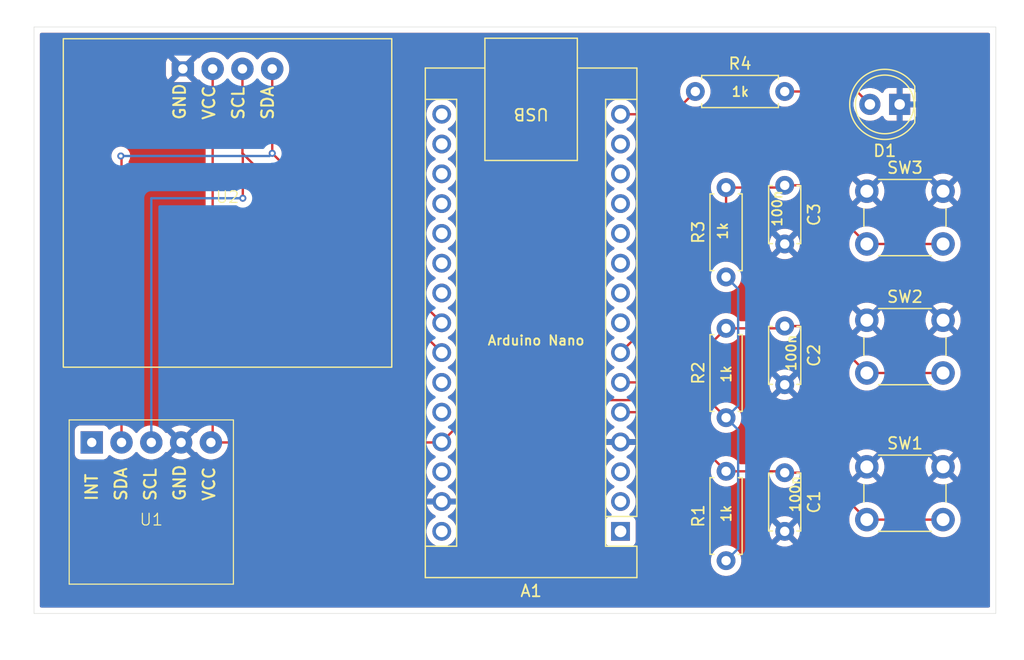
<source format=kicad_pcb>
(kicad_pcb (version 20241229) (generator "pcbnew") (generator_version "9.0")
  (layers (0 "F.Cu" signal "Front") (2 "B.Cu" signal "Back") (13 "F.Paste" user) (15 "B.Paste" user) (5 "F.SilkS" user) (7 "B.SilkS" user) (1 "F.Mask" user) (3 "B.Mask" user) (25 "Edge.Cuts" user))
  (net 0 "")
  (net 4 "Net-(A1-D2)")
  (net 11 "Net-(A1-A5)")
  (net 15 "+5V")
  (net 17 "Net-(A1-D12)")
  (net 19 "Net-(A1-A4)")
  (net 21 "GND")
  (net 22 "Net-(A1-D4)")
  (net 24 "Net-(A1-D3)")
  (net 30 "Net-(D1-A)")
  (footprint "SpO2_stuff:SSD1306_MODULE" (layer "F.Cu") (at 105.5 75)
    (property "Reference" "U2" (at 0 -0.5 0) (layer "F.SilkS") (effects (font (thickness 0.1))))
    (property "Value" "SSD1306")
    (fp_line (start -14 -14) (end 14 -14) (stroke (width 0.1)) (layer "F.SilkS"))
    (fp_line (start -14 14) (end -14 -14) (stroke (width 0.1)) (layer "F.SilkS"))
    (fp_line (start 14 -14) (end 14 14) (stroke (width 0.1)) (layer "F.SilkS"))
    (fp_line (start 14 14) (end -14 14) (stroke (width 0.1)) (layer "F.SilkS"))
    (fp_rect (start -14 -14) (end 14 14) (stroke (width 0.1)) (fill no) (layer "F.SilkS"))
    (fp_text user "GND" (at -3.5 -7 90) (layer "F.SilkS") (effects (font (thickness 0.175) (bold yes)) (justify left bottom)))
    (fp_text user "SCL" (at 1.5 -7 90) (layer "F.SilkS") (effects (font (thickness 0.175) (bold yes)) (justify left bottom)))
    (fp_text user "VCC" (at -1 -7 90) (layer "F.SilkS") (effects (font (thickness 0.175) (bold yes)) (justify left bottom)))
    (fp_text user "SDA" (at 4 -7 90) (layer "F.SilkS") (effects (font (thickness 0.175) (bold yes)) (justify left bottom)))
    (pad "1" thru_hole roundrect (at -3.81 -11.43) (size 1.905 1.27) (drill 0.8) (layers "*.Cu" "*.Mask") (roundrect_rratio 0.15) (net 21 "GND"))
    (pad "2" thru_hole circle (at -1.27 -11.43) (size 1.905 1.905) (drill 0.8) (layers "*.Cu" "*.Mask") (net 15 "+5V"))
    (pad "3" thru_hole circle (at 1.27 -11.43) (size 1.905 1.905) (drill 0.8) (layers "*.Cu" "*.Mask") (net 11 "Net-(A1-A5)"))
    (pad "4" thru_hole circle (at 3.81 -11.43) (size 1.905 1.905) (drill 0.8) (layers "*.Cu" "*.Mask") (net 19 "Net-(A1-A4)"))
  )
  (footprint "SpO2_stuff:MAX30102_MODULE" (layer "F.Cu") (at 99 100.5)
    (property "Reference" "U1" (at 0 1.5 0) (layer "F.SilkS") (effects (font (thickness 0.1))))
    (property "Value" "MAX30102")
    (fp_line (start -7 -7) (end 7 -7) (stroke (width 0.1)) (layer "F.SilkS"))
    (fp_line (start -7 7) (end -7 -7) (stroke (width 0.1)) (layer "F.SilkS"))
    (fp_line (start 7 -7) (end 7 7) (stroke (width 0.1)) (layer "F.SilkS"))
    (fp_line (start 7 7) (end -7 7) (stroke (width 0.1)) (layer "F.SilkS"))
    (fp_text user "VCC" (at 5.5 0 90) (layer "F.SilkS") (effects (font (thickness 0.175) (bold yes)) (justify left bottom)))
    (fp_text user "SDA" (at -2 0 90) (layer "F.SilkS") (effects (font (thickness 0.175) (bold yes)) (justify left bottom)))
    (fp_text user "GND" (at 3 0 90) (layer "F.SilkS") (effects (font (thickness 0.175) (bold yes)) (justify left bottom)))
    (fp_text user "SCL" (at 0.5 0 90) (layer "F.SilkS") (effects (font (thickness 0.175) (bold yes)) (justify left bottom)))
    (fp_text user "INT" (at -4.5 0 90) (layer "F.SilkS") (effects (font (thickness 0.175) (bold yes)) (justify left bottom)))
    (pad "1" thru_hole rect (at -5.08 -5.08) (size 1.905 1.905) (drill 0.8) (layers "*.Cu" "*.Mask"))
    (pad "2" thru_hole circle (at -2.54 -5.08) (size 1.905 1.905) (drill 0.8) (layers "*.Cu" "*.Mask") (net 19 "Net-(A1-A4)"))
    (pad "3" thru_hole circle (at 0 -5.08) (size 1.905 1.905) (drill 0.8) (layers "*.Cu" "*.Mask") (net 11 "Net-(A1-A5)"))
    (pad "4" thru_hole circle (at 2.54 -5.08) (size 1.905 1.905) (drill 0.8) (layers "*.Cu" "*.Mask") (net 21 "GND"))
    (pad "5" thru_hole circle (at 5.08 -5.08) (size 1.905 1.905) (drill 0.8) (layers "*.Cu" "*.Mask") (net 15 "+5V"))
  )
  (footprint "Capacitor_THT:C_Disc_D4.7mm_W2.5mm_P5.00mm" (layer "F.Cu") (at 153 73.5 -90)
    (property "Reference" "C3" (at 2.5 -2.5 90) (layer "F.SilkS"))
    (property "Value" "100n")
    (fp_line (start 0.03 1.37) (end 4.97 1.37) (stroke (width 0.12)) (layer "F.SilkS"))
    (fp_line (start 0.03 1.04) (end 0.03 1.37) (stroke (width 0.12)) (layer "F.SilkS"))
    (fp_line (start 4.97 1.04) (end 4.97 1.37) (stroke (width 0.12)) (layer "F.SilkS"))
    (fp_line (start 0.03 -1.37) (end 0.03 -1.04) (stroke (width 0.12)) (layer "F.SilkS"))
    (fp_line (start 0.03 -1.37) (end 4.97 -1.37) (stroke (width 0.12)) (layer "F.SilkS"))
    (fp_line (start 4.97 -1.37) (end 4.97 -1.04) (stroke (width 0.12)) (layer "F.SilkS"))
    (pad "1" thru_hole circle (at 0 0 270) (size 1.6 1.6) (drill 0.8) (layers "*.Cu" "*.Mask") (net 22 "Net-(A1-D4)"))
    (pad "2" thru_hole circle (at 5 0 270) (size 1.6 1.6) (drill 0.8) (layers "*.Cu" "*.Mask") (net 21 "GND"))
  )
  (footprint "Resistor_THT:R_Axial_DIN0207_L6.3mm_D2.5mm_P7.62mm_Horizontal" (layer "F.Cu") (at 148 93.31 90)
    (property "Reference" "R2" (at 3.81 -2.37 90) (layer "F.SilkS"))
    (property "Value" "1K")
    (fp_line (start 7.08 -1.37) (end 7.08 -1.04) (stroke (width 0.12)) (layer "F.SilkS"))
    (fp_line (start 0.54 -1.37) (end 7.08 -1.37) (stroke (width 0.12)) (layer "F.SilkS"))
    (fp_line (start 0.54 -1.04) (end 0.54 -1.37) (stroke (width 0.12)) (layer "F.SilkS"))
    (fp_line (start 0.54 1.04) (end 0.54 1.37) (stroke (width 0.12)) (layer "F.SilkS"))
    (fp_line (start 7.08 1.37) (end 7.08 1.04) (stroke (width 0.12)) (layer "F.SilkS"))
    (fp_line (start 0.54 1.37) (end 7.08 1.37) (stroke (width 0.12)) (layer "F.SilkS"))
    (pad "1" thru_hole circle (at 0 0 90) (size 1.6 1.6) (drill 0.8) (layers "*.Cu" "*.Mask") (net 15 "+5V"))
    (pad "2" thru_hole circle (at 7.62 0 90) (size 1.6 1.6) (drill 0.8) (layers "*.Cu" "*.Mask") (net 24 "Net-(A1-D3)"))
  )
  (footprint "Capacitor_THT:C_Disc_D4.7mm_W2.5mm_P5.00mm" (layer "F.Cu") (at 153 85.5 -90)
    (property "Reference" "C2" (at 2.5 -2.5 90) (layer "F.SilkS"))
    (property "Value" "100n")
    (fp_line (start 0.03 1.37) (end 4.97 1.37) (stroke (width 0.12)) (layer "F.SilkS"))
    (fp_line (start 0.03 1.04) (end 0.03 1.37) (stroke (width 0.12)) (layer "F.SilkS"))
    (fp_line (start 4.97 1.04) (end 4.97 1.37) (stroke (width 0.12)) (layer "F.SilkS"))
    (fp_line (start 0.03 -1.37) (end 0.03 -1.04) (stroke (width 0.12)) (layer "F.SilkS"))
    (fp_line (start 0.03 -1.37) (end 4.97 -1.37) (stroke (width 0.12)) (layer "F.SilkS"))
    (fp_line (start 4.97 -1.37) (end 4.97 -1.04) (stroke (width 0.12)) (layer "F.SilkS"))
    (pad "1" thru_hole circle (at 0 0 270) (size 1.6 1.6) (drill 0.8) (layers "*.Cu" "*.Mask") (net 24 "Net-(A1-D3)"))
    (pad "2" thru_hole circle (at 5 0 270) (size 1.6 1.6) (drill 0.8) (layers "*.Cu" "*.Mask") (net 21 "GND"))
  )
  (footprint "LED_THT:LED_D5.0mm" (layer "F.Cu") (at 162.8 66.6 180)
    (property "Reference" "D1" (at 1.27 -3.96 0) (layer "F.SilkS"))
    (property "Value" "LED")
    (fp_line (start -1.29 -1.545) (end -1.29 1.545) (stroke (width 0.12)) (layer "F.SilkS"))
    (fp_arc (start 4.26 0) (mid 2.071779 2.880495) (end -1.29 1.54483) (stroke (width 0.12)) (layer "F.SilkS"))
    (fp_arc (start -1.29 -1.54483) (mid 2.071779 -2.880495) (end 4.26 0) (stroke (width 0.12)) (layer "F.SilkS"))
    (fp_circle (center 1.27 0) (end 3.77 0) (stroke (width 0.12)) (fill no) (layer "F.SilkS"))
    (pad "1" thru_hole rect (at 0 0 180) (size 1.8 1.8) (drill 0.9) (layers "*.Cu" "*.Mask") (net 21 "GND"))
    (pad "2" thru_hole circle (at 2.54 0 180) (size 1.8 1.8) (drill 0.9) (layers "*.Cu" "*.Mask") (net 30 "Net-(D1-A)"))
  )
  (footprint "Button_Switch_THT:SW_PUSH_6mm" (layer "F.Cu") (at 160 85)
    (property "Reference" "SW2" (at 3.25 -2 0) (layer "F.SilkS"))
    (property "Value" "SW_Push")
    (fp_line (start -0.25 1.5) (end -0.25 3) (stroke (width 0.12)) (layer "F.SilkS"))
    (fp_line (start 1 5.5) (end 5.5 5.5) (stroke (width 0.12)) (layer "F.SilkS"))
    (fp_line (start 5.5 -1) (end 1 -1) (stroke (width 0.12)) (layer "F.SilkS"))
    (fp_line (start 6.75 3) (end 6.75 1.5) (stroke (width 0.12)) (layer "F.SilkS"))
    (pad "1" thru_hole circle (at 0 0 90) (size 2 2) (drill 1.1) (layers "*.Cu" "*.Mask") (net 21 "GND"))
    (pad "1" thru_hole circle (at 6.5 0 90) (size 2 2) (drill 1.1) (layers "*.Cu" "*.Mask") (net 21 "GND"))
    (pad "2" thru_hole circle (at 0 4.5 90) (size 2 2) (drill 1.1) (layers "*.Cu" "*.Mask") (net 24 "Net-(A1-D3)"))
    (pad "2" thru_hole circle (at 6.5 4.5 90) (size 2 2) (drill 1.1) (layers "*.Cu" "*.Mask") (net 24 "Net-(A1-D3)"))
  )
  (footprint "Capacitor_THT:C_Disc_D4.7mm_W2.5mm_P5.00mm" (layer "F.Cu") (at 153 98 -90)
    (property "Reference" "C1" (at 2.5 -2.5 90) (layer "F.SilkS"))
    (property "Value" "100n")
    (fp_line (start 0.03 1.37) (end 4.97 1.37) (stroke (width 0.12)) (layer "F.SilkS"))
    (fp_line (start 0.03 1.04) (end 0.03 1.37) (stroke (width 0.12)) (layer "F.SilkS"))
    (fp_line (start 4.97 1.04) (end 4.97 1.37) (stroke (width 0.12)) (layer "F.SilkS"))
    (fp_line (start 0.03 -1.37) (end 0.03 -1.04) (stroke (width 0.12)) (layer "F.SilkS"))
    (fp_line (start 0.03 -1.37) (end 4.97 -1.37) (stroke (width 0.12)) (layer "F.SilkS"))
    (fp_line (start 4.97 -1.37) (end 4.97 -1.04) (stroke (width 0.12)) (layer "F.SilkS"))
    (pad "1" thru_hole circle (at 0 0 270) (size 1.6 1.6) (drill 0.8) (layers "*.Cu" "*.Mask") (net 4 "Net-(A1-D2)"))
    (pad "2" thru_hole circle (at 5 0 270) (size 1.6 1.6) (drill 0.8) (layers "*.Cu" "*.Mask") (net 21 "GND"))
  )
  (footprint "Button_Switch_THT:SW_PUSH_6mm" (layer "F.Cu") (at 160 74)
    (property "Reference" "SW3" (at 3.25 -2 0) (layer "F.SilkS"))
    (property "Value" "SW_Push")
    (fp_line (start -0.25 1.5) (end -0.25 3) (stroke (width 0.12)) (layer "F.SilkS"))
    (fp_line (start 1 5.5) (end 5.5 5.5) (stroke (width 0.12)) (layer "F.SilkS"))
    (fp_line (start 5.5 -1) (end 1 -1) (stroke (width 0.12)) (layer "F.SilkS"))
    (fp_line (start 6.75 3) (end 6.75 1.5) (stroke (width 0.12)) (layer "F.SilkS"))
    (pad "1" thru_hole circle (at 0 0 90) (size 2 2) (drill 1.1) (layers "*.Cu" "*.Mask") (net 21 "GND"))
    (pad "1" thru_hole circle (at 6.5 0 90) (size 2 2) (drill 1.1) (layers "*.Cu" "*.Mask") (net 21 "GND"))
    (pad "2" thru_hole circle (at 0 4.5 90) (size 2 2) (drill 1.1) (layers "*.Cu" "*.Mask") (net 22 "Net-(A1-D4)"))
    (pad "2" thru_hole circle (at 6.5 4.5 90) (size 2 2) (drill 1.1) (layers "*.Cu" "*.Mask") (net 22 "Net-(A1-D4)"))
  )
  (footprint "Resistor_THT:R_Axial_DIN0207_L6.3mm_D2.5mm_P7.62mm_Horizontal" (layer "F.Cu") (at 148 105.5 90)
    (property "Reference" "R1" (at 3.81 -2.37 90) (layer "F.SilkS"))
    (property "Value" "1K")
    (fp_line (start 7.08 -1.37) (end 7.08 -1.04) (stroke (width 0.12)) (layer "F.SilkS"))
    (fp_line (start 0.54 -1.37) (end 7.08 -1.37) (stroke (width 0.12)) (layer "F.SilkS"))
    (fp_line (start 0.54 -1.04) (end 0.54 -1.37) (stroke (width 0.12)) (layer "F.SilkS"))
    (fp_line (start 0.54 1.04) (end 0.54 1.37) (stroke (width 0.12)) (layer "F.SilkS"))
    (fp_line (start 7.08 1.37) (end 7.08 1.04) (stroke (width 0.12)) (layer "F.SilkS"))
    (fp_line (start 0.54 1.37) (end 7.08 1.37) (stroke (width 0.12)) (layer "F.SilkS"))
    (pad "1" thru_hole circle (at 0 0 90) (size 1.6 1.6) (drill 0.8) (layers "*.Cu" "*.Mask") (net 15 "+5V"))
    (pad "2" thru_hole circle (at 7.62 0 90) (size 1.6 1.6) (drill 0.8) (layers "*.Cu" "*.Mask") (net 4 "Net-(A1-D2)"))
  )
  (footprint "Module:Arduino_Nano" (layer "F.Cu") (at 139 103 180)
    (property "Reference" "A1" (at 7.62 -5.08 0) (layer "F.SilkS"))
    (property "Value" "Arduino_Nano_v3.x")
    (fp_line (start 16.64 39.5) (end 16.64 -3.94) (stroke (width 0.12)) (layer "F.SilkS"))
    (fp_line (start 16.64 39.5) (end 11.56 39.5) (stroke (width 0.12)) (layer "F.SilkS"))
    (fp_line (start 16.64 -3.94) (end -1.4 -3.94) (stroke (width 0.12)) (layer "F.SilkS"))
    (fp_line (start 13.97 36.83) (end 16.64 36.83) (stroke (width 0.12)) (layer "F.SilkS"))
    (fp_line (start 13.97 -1.27) (end 16.64 -1.27) (stroke (width 0.12)) (layer "F.SilkS"))
    (fp_line (start 13.97 -1.27) (end 13.97 36.83) (stroke (width 0.12)) (layer "F.SilkS"))
    (fp_line (start 11.56 42.04) (end 3.68 42.04) (stroke (width 0.12)) (layer "F.SilkS"))
    (fp_line (start 11.56 31.62) (end 11.56 42.04) (stroke (width 0.12)) (layer "F.SilkS"))
    (fp_line (start 3.68 42.04) (end 3.68 31.62) (stroke (width 0.12)) (layer "F.SilkS"))
    (fp_line (start 3.68 31.62) (end 11.56 31.62) (stroke (width 0.12)) (layer "F.SilkS"))
    (fp_line (start 1.27 36.83) (end -1.4 36.83) (stroke (width 0.12)) (layer "F.SilkS"))
    (fp_line (start 1.27 1.27) (end 1.27 36.83) (stroke (width 0.12)) (layer "F.SilkS"))
    (fp_line (start 1.27 1.27) (end 1.27 -1.27) (stroke (width 0.12)) (layer "F.SilkS"))
    (fp_line (start 1.27 1.27) (end -1.4 1.27) (stroke (width 0.12)) (layer "F.SilkS"))
    (fp_line (start 1.27 -1.27) (end -1.4 -1.27) (stroke (width 0.12)) (layer "F.SilkS"))
    (fp_line (start -1.4 39.5) (end 3.68 39.5) (stroke (width 0.12)) (layer "F.SilkS"))
    (fp_line (start -1.4 1.27) (end -1.4 39.5) (stroke (width 0.12)) (layer "F.SilkS"))
    (fp_line (start -1.4 -3.94) (end -1.4 -1.27) (stroke (width 0.12)) (layer "F.SilkS"))
    (fp_text user "USB" (at 7.62 35.56 180) (layer "F.SilkS"))
    (pad "1" thru_hole rect (at 0 0 180) (size 1.6 1.6) (drill 1) (layers "*.Cu" "*.Mask"))
    (pad "2" thru_hole oval (at 0 2.54 180) (size 1.6 1.6) (drill 1) (layers "*.Cu" "*.Mask"))
    (pad "3" thru_hole oval (at 0 5.08 180) (size 1.6 1.6) (drill 1) (layers "*.Cu" "*.Mask"))
    (pad "4" thru_hole oval (at 0 7.62 180) (size 1.6 1.6) (drill 1) (layers "*.Cu" "*.Mask") (net 21 "GND"))
    (pad "5" thru_hole oval (at 0 10.16 180) (size 1.6 1.6) (drill 1) (layers "*.Cu" "*.Mask") (net 4 "Net-(A1-D2)"))
    (pad "6" thru_hole oval (at 0 12.7 180) (size 1.6 1.6) (drill 1) (layers "*.Cu" "*.Mask") (net 24 "Net-(A1-D3)"))
    (pad "7" thru_hole oval (at 0 15.24 180) (size 1.6 1.6) (drill 1) (layers "*.Cu" "*.Mask") (net 22 "Net-(A1-D4)"))
    (pad "8" thru_hole oval (at 0 17.78 180) (size 1.6 1.6) (drill 1) (layers "*.Cu" "*.Mask"))
    (pad "9" thru_hole oval (at 0 20.32 180) (size 1.6 1.6) (drill 1) (layers "*.Cu" "*.Mask"))
    (pad "10" thru_hole oval (at 0 22.86 180) (size 1.6 1.6) (drill 1) (layers "*.Cu" "*.Mask"))
    (pad "11" thru_hole oval (at 0 25.4 180) (size 1.6 1.6) (drill 1) (layers "*.Cu" "*.Mask"))
    (pad "12" thru_hole oval (at 0 27.94 180) (size 1.6 1.6) (drill 1) (layers "*.Cu" "*.Mask"))
    (pad "13" thru_hole oval (at 0 30.48 180) (size 1.6 1.6) (drill 1) (layers "*.Cu" "*.Mask"))
    (pad "14" thru_hole oval (at 0 33.02 180) (size 1.6 1.6) (drill 1) (layers "*.Cu" "*.Mask"))
    (pad "15" thru_hole oval (at 0 35.56 180) (size 1.6 1.6) (drill 1) (layers "*.Cu" "*.Mask") (net 17 "Net-(A1-D12)"))
    (pad "16" thru_hole oval (at 15.24 35.56 180) (size 1.6 1.6) (drill 1) (layers "*.Cu" "*.Mask"))
    (pad "17" thru_hole oval (at 15.24 33.02 180) (size 1.6 1.6) (drill 1) (layers "*.Cu" "*.Mask"))
    (pad "18" thru_hole oval (at 15.24 30.48 180) (size 1.6 1.6) (drill 1) (layers "*.Cu" "*.Mask"))
    (pad "19" thru_hole oval (at 15.24 27.94 180) (size 1.6 1.6) (drill 1) (layers "*.Cu" "*.Mask"))
    (pad "20" thru_hole oval (at 15.24 25.4 180) (size 1.6 1.6) (drill 1) (layers "*.Cu" "*.Mask"))
    (pad "21" thru_hole oval (at 15.24 22.86 180) (size 1.6 1.6) (drill 1) (layers "*.Cu" "*.Mask"))
    (pad "22" thru_hole oval (at 15.24 20.32 180) (size 1.6 1.6) (drill 1) (layers "*.Cu" "*.Mask"))
    (pad "23" thru_hole oval (at 15.24 17.78 180) (size 1.6 1.6) (drill 1) (layers "*.Cu" "*.Mask") (net 19 "Net-(A1-A4)"))
    (pad "24" thru_hole oval (at 15.24 15.24 180) (size 1.6 1.6) (drill 1) (layers "*.Cu" "*.Mask") (net 11 "Net-(A1-A5)"))
    (pad "25" thru_hole oval (at 15.24 12.7 180) (size 1.6 1.6) (drill 1) (layers "*.Cu" "*.Mask"))
    (pad "26" thru_hole oval (at 15.24 10.16 180) (size 1.6 1.6) (drill 1) (layers "*.Cu" "*.Mask"))
    (pad "27" thru_hole oval (at 15.24 7.62 180) (size 1.6 1.6) (drill 1) (layers "*.Cu" "*.Mask") (net 15 "+5V"))
    (pad "28" thru_hole oval (at 15.24 5.08 180) (size 1.6 1.6) (drill 1) (layers "*.Cu" "*.Mask"))
    (pad "29" thru_hole oval (at 15.24 2.54 180) (size 1.6 1.6) (drill 1) (layers "*.Cu" "*.Mask") (net 21 "GND"))
    (pad "30" thru_hole oval (at 15.24 0 180) (size 1.6 1.6) (drill 1) (layers "*.Cu" "*.Mask"))
  )
  (footprint "Resistor_THT:R_Axial_DIN0207_L6.3mm_D2.5mm_P7.62mm_Horizontal" (layer "F.Cu") (at 145.38 65.5)
    (property "Reference" "R4" (at 3.81 -2.37 0) (layer "F.SilkS"))
    (property "Value" "1K")
    (fp_line (start 0.54 -1.37) (end 7.08 -1.37) (stroke (width 0.12)) (layer "F.SilkS"))
    (fp_line (start 0.54 -1.04) (end 0.54 -1.37) (stroke (width 0.12)) (layer "F.SilkS"))
    (fp_line (start 0.54 1.04) (end 0.54 1.37) (stroke (width 0.12)) (layer "F.SilkS"))
    (fp_line (start 0.54 1.37) (end 7.08 1.37) (stroke (width 0.12)) (layer "F.SilkS"))
    (fp_line (start 7.08 -1.37) (end 7.08 -1.04) (stroke (width 0.12)) (layer "F.SilkS"))
    (fp_line (start 7.08 1.37) (end 7.08 1.04) (stroke (width 0.12)) (layer "F.SilkS"))
    (pad "1" thru_hole circle (at 0 0) (size 1.6 1.6) (drill 0.8) (layers "*.Cu" "*.Mask") (net 17 "Net-(A1-D12)"))
    (pad "2" thru_hole circle (at 7.62 0) (size 1.6 1.6) (drill 0.8) (layers "*.Cu" "*.Mask") (net 30 "Net-(D1-A)"))
  )
  (footprint "Button_Switch_THT:SW_PUSH_6mm" (layer "F.Cu") (at 160 97.5)
    (property "Reference" "SW1" (at 3.25 -2 0) (layer "F.SilkS"))
    (property "Value" "SW_Push")
    (fp_line (start -0.25 1.5) (end -0.25 3) (stroke (width 0.12)) (layer "F.SilkS"))
    (fp_line (start 1 5.5) (end 5.5 5.5) (stroke (width 0.12)) (layer "F.SilkS"))
    (fp_line (start 5.5 -1) (end 1 -1) (stroke (width 0.12)) (layer "F.SilkS"))
    (fp_line (start 6.75 3) (end 6.75 1.5) (stroke (width 0.12)) (layer "F.SilkS"))
    (pad "1" thru_hole circle (at 0 0 90) (size 2 2) (drill 1.1) (layers "*.Cu" "*.Mask") (net 21 "GND"))
    (pad "1" thru_hole circle (at 6.5 0 90) (size 2 2) (drill 1.1) (layers "*.Cu" "*.Mask") (net 21 "GND"))
    (pad "2" thru_hole circle (at 0 4.5 90) (size 2 2) (drill 1.1) (layers "*.Cu" "*.Mask") (net 4 "Net-(A1-D2)"))
    (pad "2" thru_hole circle (at 6.5 4.5 90) (size 2 2) (drill 1.1) (layers "*.Cu" "*.Mask") (net 4 "Net-(A1-D2)"))
  )
  (footprint "Resistor_THT:R_Axial_DIN0207_L6.3mm_D2.5mm_P7.62mm_Horizontal" (layer "F.Cu") (at 148 81.31 90)
    (property "Reference" "R3" (at 3.81 -2.37 90) (layer "F.SilkS"))
    (property "Value" "1K")
    (fp_line (start 7.08 -1.37) (end 7.08 -1.04) (stroke (width 0.12)) (layer "F.SilkS"))
    (fp_line (start 0.54 -1.37) (end 7.08 -1.37) (stroke (width 0.12)) (layer "F.SilkS"))
    (fp_line (start 0.54 -1.04) (end 0.54 -1.37) (stroke (width 0.12)) (layer "F.SilkS"))
    (fp_line (start 0.54 1.04) (end 0.54 1.37) (stroke (width 0.12)) (layer "F.SilkS"))
    (fp_line (start 7.08 1.37) (end 7.08 1.04) (stroke (width 0.12)) (layer "F.SilkS"))
    (fp_line (start 0.54 1.37) (end 7.08 1.37) (stroke (width 0.12)) (layer "F.SilkS"))
    (pad "1" thru_hole circle (at 0 0 90) (size 1.6 1.6) (drill 0.8) (layers "*.Cu" "*.Mask") (net 15 "+5V"))
    (pad "2" thru_hole circle (at 7.62 0 90) (size 1.6 1.6) (drill 0.8) (layers "*.Cu" "*.Mask") (net 22 "Net-(A1-D4)"))
  )
  (gr_line (start 89 110) (end 171 110) (stroke (width 0.0381)) (layer "Edge.Cuts"))
  (gr_line (start 89 60) (end 89 110) (stroke (width 0.0381)) (layer "Edge.Cuts"))
  (gr_line (start 171 60) (end 89 60) (stroke (width 0.0381)) (layer "Edge.Cuts"))
  (gr_line (start 171 110) (end 171 60) (stroke (width 0.0381)) (layer "Edge.Cuts"))
  (gr_text "Arduino Nano" (at 127.6 87.2 0) (layer "F.SilkS") (effects (font (size 0.8128 0.8128) (thickness 0.1524) (bold yes)) (justify left bottom)))
  (gr_text "1k\n" (at 148.2 78.2 90) (layer "F.SilkS") (effects (font (size 0.8128 0.8128) (thickness 0.1524) (bold yes)) (justify left bottom)))
  (gr_text "1k\n" (at 148.4 66 0) (layer "F.SilkS") (effects (font (size 0.8128 0.8128) (thickness 0.1524) (bold yes)) (justify left bottom)))
  (gr_text "1k\n" (at 148.5 90.4 90) (layer "F.SilkS") (effects (font (size 0.8128 0.8128) (thickness 0.1524) (bold yes)) (justify left bottom)))
  (gr_text "100n\n" (at 152.84 77.1 90) (layer "F.SilkS") (effects (font (size 0.8128 0.8128) (thickness 0.1524) (bold yes)) (justify left bottom)))
  (gr_text "1k\n" (at 148.5 102.3 90) (layer "F.SilkS") (effects (font (size 0.8128 0.8128) (thickness 0.1524) (bold yes)) (justify left bottom)))
  (gr_text "100n\n" (at 154.37 101.45 90) (layer "F.SilkS") (effects (font (size 0.8128 0.8128) (thickness 0.1524) (bold yes)) (justify left bottom)))
  (gr_text "100n\n" (at 154.04 89.41 90) (layer "F.SilkS") (effects (font (size 0.8128 0.8128) (thickness 0.1524) (bold yes)) (justify left bottom)))
  (segment (start 142.96 92.84) (end 148 97.88) (width 0.2) (layer "F.Cu") (net 4))
  (segment (start 148 97.88) (end 152.88 97.88) (width 0.2) (layer "F.Cu") (net 4))
  (segment (start 160 102) (end 166.5 102) (width 0.2) (layer "F.Cu") (net 4))
  (segment (start 153 98) (end 156 98) (width 0.2) (layer "F.Cu") (net 4))
  (segment (start 152.88 97.88) (end 153 98) (width 0.2) (layer "F.Cu") (net 4))
  (segment (start 156 98) (end 160 102) (width 0.2) (layer "F.Cu") (net 4))
  (segment (start 139 92.84) (end 142.96 92.84) (width 0.2) (layer "F.Cu") (net 4))
  (segment (start 106.8 70.8) (end 106.77 70.77) (width 0.2) (layer "F.Cu") (net 11))
  (segment (start 106.8 74.6) (end 106.8 70.8) (width 0.2) (layer "F.Cu") (net 11))
  (segment (start 106.77 70.77) (end 123.76 87.76) (width 0.2) (layer "F.Cu") (net 11))
  (segment (start 106.77 63.57) (end 106.77 70.77) (width 0.2) (layer "F.Cu") (net 11))
  (via (at 106.8 74.6) (size 0.6) (drill 0.3) (layers "F.Cu" "B.Cu") (net 11))
  (segment (start 99 95.42) (end 99 74.6) (width 0.2) (layer "B.Cu") (net 11))
  (segment (start 99 74.6) (end 106.8 74.6) (width 0.2) (layer "B.Cu") (net 11))
  (segment (start 123.76 95.38) (end 127.328 91.812) (width 0.2) (layer "F.Cu") (net 15))
  (segment (start 104.23 95.27) (end 104.08 95.42) (width 0.2) (layer "F.Cu") (net 15))
  (segment (start 146.502 91.812) (end 148 93.31) (width 0.2) (layer "F.Cu") (net 15))
  (segment (start 127.328 91.812) (end 146.502 91.812) (width 0.2) (layer "F.Cu") (net 15))
  (segment (start 123.72 95.42) (end 123.76 95.38) (width 0.2) (layer "F.Cu") (net 15))
  (segment (start 104.08 95.42) (end 123.72 95.42) (width 0.2) (layer "F.Cu") (net 15))
  (segment (start 104.23 63.57) (end 104.23 95.27) (width 0.2) (layer "F.Cu") (net 15))
  (segment (start 148 93.31) (end 149.028 94.338) (width 0.2) (layer "B.Cu") (net 15))
  (segment (start 149.028 94.338) (end 149.028 104.472) (width 0.2) (layer "B.Cu") (net 15))
  (segment (start 149.028 104.472) (end 148 105.5) (width 0.2) (layer "B.Cu") (net 15))
  (segment (start 149.028 92.282) (end 148 93.31) (width 0.2) (layer "B.Cu") (net 15))
  (segment (start 148 81.31) (end 149.028 82.338) (width 0.2) (layer "B.Cu") (net 15))
  (segment (start 149.028 82.338) (end 149.028 92.282) (width 0.2) (layer "B.Cu") (net 15))
  (segment (start 143.44 67.44) (end 145.38 65.5) (width 0.2) (layer "F.Cu") (net 17))
  (segment (start 139 67.44) (end 143.44 67.44) (width 0.2) (layer "F.Cu") (net 17))
  (segment (start 109.31 63.57) (end 109.31 70.77) (width 0.2) (layer "F.Cu") (net 19))
  (segment (start 96.46 95.42) (end 96.46 71.06) (width 0.2) (layer "F.Cu") (net 19))
  (segment (start 96.46 71.06) (end 96.4 71) (width 0.2) (layer "F.Cu") (net 19))
  (segment (start 109.31 70.77) (end 123.76 85.22) (width 0.2) (layer "F.Cu") (net 19))
  (via (at 96.4 71) (size 0.6) (drill 0.3) (layers "F.Cu" "B.Cu") (net 19))
  (via (at 109.31 70.77) (size 0.6) (drill 0.3) (layers "F.Cu" "B.Cu") (net 19))
  (segment (start 96.4 71) (end 109.08 71) (width 0.2) (layer "B.Cu") (net 19))
  (segment (start 109.08 71) (end 109.31 70.77) (width 0.2) (layer "B.Cu") (net 19))
  (segment (start 160 78.5) (end 166.5 78.5) (width 0.2) (layer "F.Cu") (net 22))
  (segment (start 148 73.69) (end 152.81 73.69) (width 0.2) (layer "F.Cu") (net 22))
  (segment (start 139 87.76) (end 148 78.76) (width 0.2) (layer "F.Cu") (net 22))
  (segment (start 152.81 73.69) (end 153 73.5) (width 0.2) (layer "F.Cu") (net 22))
  (segment (start 155 73.5) (end 160 78.5) (width 0.2) (layer "F.Cu") (net 22))
  (segment (start 153 73.5) (end 155 73.5) (width 0.2) (layer "F.Cu") (net 22))
  (segment (start 148 78.76) (end 148 73.69) (width 0.2) (layer "F.Cu") (net 22))
  (segment (start 152.81 85.69) (end 153 85.5) (width 0.2) (layer "F.Cu") (net 24))
  (segment (start 143.39 90.3) (end 148 85.69) (width 0.2) (layer "F.Cu") (net 24))
  (segment (start 148 85.69) (end 152.81 85.69) (width 0.2) (layer "F.Cu") (net 24))
  (segment (start 153 85.5) (end 156 85.5) (width 0.2) (layer "F.Cu") (net 24))
  (segment (start 156 85.5) (end 160 89.5) (width 0.2) (layer "F.Cu") (net 24))
  (segment (start 160 89.5) (end 166.5 89.5) (width 0.2) (layer "F.Cu") (net 24))
  (segment (start 139 90.3) (end 143.39 90.3) (width 0.2) (layer "F.Cu") (net 24))
  (segment (start 159.16 65.5) (end 160.26 66.6) (width 0.2) (layer "F.Cu") (net 30))
  (segment (start 153 65.5) (end 159.16 65.5) (width 0.2) (layer "F.Cu") (net 30))
  (zone (net 21) (net_name "GND") (layers "F.Cu" "B.Cu") (connect_pads (clearance 0.5)) (min_thickness 0.25) (fill yes (thermal_gap 0.5) (thermal_bridge_width 0.5))
    (polygon (pts (xy 86.1 57.7) (xy 86.3 114) (xy 173.4 113.5) (xy 173.4 57.9)))
  )
)
</source>
